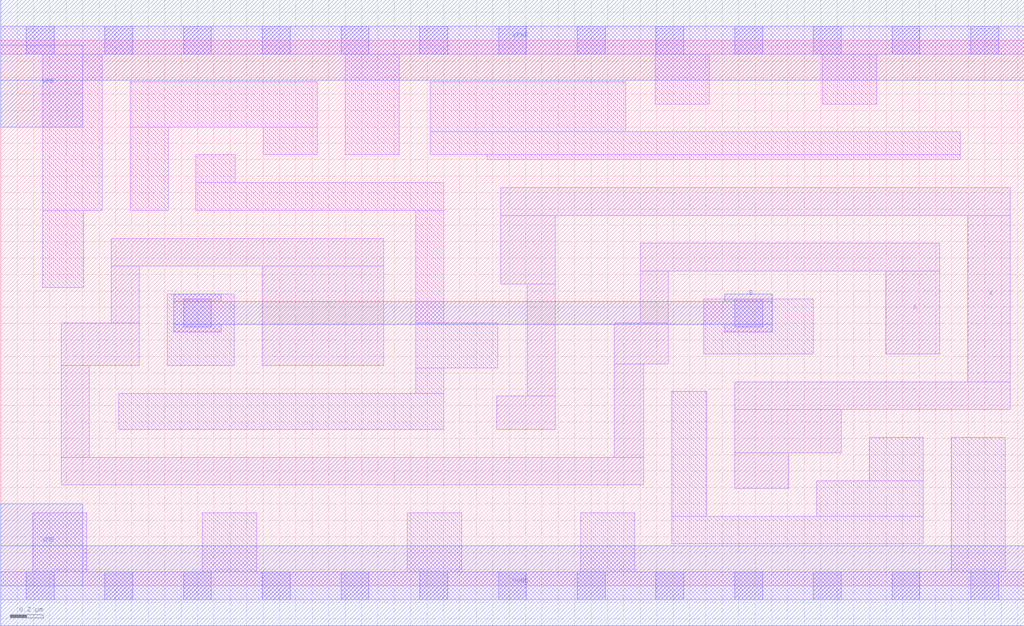
<source format=lef>
# Copyright 2020 The SkyWater PDK Authors
#
# Licensed under the Apache License, Version 2.0 (the "License");
# you may not use this file except in compliance with the License.
# You may obtain a copy of the License at
#
#     https://www.apache.org/licenses/LICENSE-2.0
#
# Unless required by applicable law or agreed to in writing, software
# distributed under the License is distributed on an "AS IS" BASIS,
# WITHOUT WARRANTIES OR CONDITIONS OF ANY KIND, either express or implied.
# See the License for the specific language governing permissions and
# limitations under the License.
#
# SPDX-License-Identifier: Apache-2.0

VERSION 5.5 ;
NAMESCASESENSITIVE ON ;
BUSBITCHARS "[]" ;
DIVIDERCHAR "/" ;
MACRO sky130_fd_sc_lp__xor2_2
  CLASS CORE ;
  SOURCE USER ;
  ORIGIN  0.000000  0.000000 ;
  SIZE  6.240000 BY  3.330000 ;
  SYMMETRY X Y R90 ;
  SITE unit ;
  PIN A
    ANTENNAGATEAREA  1.260000 ;
    DIRECTION INPUT ;
    USE SIGNAL ;
    PORT
      LAYER li1 ;
        RECT 0.370000 0.615000 3.920000 0.785000 ;
        RECT 0.370000 0.785000 0.540000 1.345000 ;
        RECT 0.370000 1.345000 0.845000 1.605000 ;
        RECT 0.675000 1.605000 0.845000 1.950000 ;
        RECT 0.675000 1.950000 2.335000 2.120000 ;
        RECT 1.595000 1.345000 2.335000 1.950000 ;
        RECT 3.740000 0.785000 3.920000 1.355000 ;
        RECT 3.740000 1.355000 4.070000 1.605000 ;
        RECT 3.900000 1.605000 4.070000 1.920000 ;
        RECT 3.900000 1.920000 5.725000 2.090000 ;
        RECT 5.395000 1.415000 5.725000 1.920000 ;
    END
  END A
  PIN B
    ANTENNAPARTIALMETALSIDEAREA  2.541000 ;
    DIRECTION INPUT ;
    USE SIGNAL ;
    PORT
      LAYER met1 ;
        RECT 1.055000 1.550000 1.345000 1.595000 ;
        RECT 1.055000 1.595000 4.705000 1.735000 ;
        RECT 1.055000 1.735000 1.345000 1.780000 ;
        RECT 4.415000 1.550000 4.705000 1.595000 ;
        RECT 4.415000 1.735000 4.705000 1.780000 ;
    END
  END B
  PIN X
    ANTENNADIFFAREA  0.844200 ;
    DIRECTION OUTPUT ;
    USE SIGNAL ;
    PORT
      LAYER li1 ;
        RECT 3.025000 0.955000 3.380000 1.160000 ;
        RECT 3.050000 1.840000 3.380000 2.260000 ;
        RECT 3.050000 2.260000 6.155000 2.430000 ;
        RECT 3.210000 1.160000 3.380000 1.840000 ;
        RECT 4.475000 0.595000 4.805000 0.810000 ;
        RECT 4.475000 0.810000 5.125000 1.075000 ;
        RECT 4.475000 1.075000 6.155000 1.245000 ;
        RECT 5.895000 1.245000 6.155000 2.260000 ;
    END
  END X
  PIN VGND
    DIRECTION INOUT ;
    USE GROUND ;
    PORT
      LAYER met1 ;
        RECT 0.000000 -0.245000 6.240000 0.245000 ;
    END
  END VGND
  PIN VNB
    DIRECTION INOUT ;
    USE GROUND ;
    PORT
    END
  END VNB
  PIN VPB
    DIRECTION INOUT ;
    USE POWER ;
    PORT
    END
  END VPB
  PIN VNB
    DIRECTION INOUT ;
    USE GROUND ;
    PORT
      LAYER met1 ;
        RECT 0.000000 0.000000 0.500000 0.500000 ;
    END
  END VNB
  PIN VPB
    DIRECTION INOUT ;
    USE POWER ;
    PORT
      LAYER met1 ;
        RECT 0.000000 2.800000 0.500000 3.300000 ;
    END
  END VPB
  PIN VPWR
    DIRECTION INOUT ;
    USE POWER ;
    PORT
      LAYER met1 ;
        RECT 0.000000 3.085000 6.240000 3.575000 ;
    END
  END VPWR
  OBS
    LAYER li1 ;
      RECT 0.000000 -0.085000 6.240000 0.085000 ;
      RECT 0.000000  3.245000 6.240000 3.415000 ;
      RECT 0.195000  0.085000 0.525000 0.445000 ;
      RECT 0.255000  1.820000 0.505000 2.290000 ;
      RECT 0.255000  2.290000 0.620000 3.245000 ;
      RECT 0.720000  0.955000 2.700000 1.175000 ;
      RECT 0.790000  2.290000 1.020000 2.800000 ;
      RECT 0.790000  2.800000 1.930000 3.075000 ;
      RECT 1.015000  1.345000 1.425000 1.780000 ;
      RECT 1.190000  2.290000 2.700000 2.460000 ;
      RECT 1.190000  2.460000 1.430000 2.630000 ;
      RECT 1.230000  0.085000 1.560000 0.445000 ;
      RECT 1.600000  2.630000 1.930000 2.800000 ;
      RECT 2.100000  2.630000 2.430000 3.245000 ;
      RECT 2.480000  0.085000 2.810000 0.445000 ;
      RECT 2.530000  1.175000 2.700000 1.330000 ;
      RECT 2.530000  1.330000 3.030000 1.605000 ;
      RECT 2.530000  1.605000 2.700000 2.290000 ;
      RECT 2.620000  2.630000 5.850000 2.770000 ;
      RECT 2.620000  2.770000 3.810000 3.075000 ;
      RECT 2.965000  2.600000 5.850000 2.630000 ;
      RECT 3.535000  0.085000 3.865000 0.445000 ;
      RECT 3.990000  2.940000 4.320000 3.245000 ;
      RECT 4.090000  0.255000 5.625000 0.425000 ;
      RECT 4.090000  0.425000 4.305000 1.185000 ;
      RECT 4.285000  1.415000 4.955000 1.750000 ;
      RECT 4.975000  0.425000 5.625000 0.640000 ;
      RECT 5.010000  2.940000 5.340000 3.245000 ;
      RECT 5.295000  0.640000 5.625000 0.905000 ;
      RECT 5.795000  0.085000 6.125000 0.905000 ;
    LAYER mcon ;
      RECT 0.155000 -0.085000 0.325000 0.085000 ;
      RECT 0.155000  3.245000 0.325000 3.415000 ;
      RECT 0.635000 -0.085000 0.805000 0.085000 ;
      RECT 0.635000  3.245000 0.805000 3.415000 ;
      RECT 1.115000 -0.085000 1.285000 0.085000 ;
      RECT 1.115000  1.580000 1.285000 1.750000 ;
      RECT 1.115000  3.245000 1.285000 3.415000 ;
      RECT 1.595000 -0.085000 1.765000 0.085000 ;
      RECT 1.595000  3.245000 1.765000 3.415000 ;
      RECT 2.075000 -0.085000 2.245000 0.085000 ;
      RECT 2.075000  3.245000 2.245000 3.415000 ;
      RECT 2.555000 -0.085000 2.725000 0.085000 ;
      RECT 2.555000  3.245000 2.725000 3.415000 ;
      RECT 3.035000 -0.085000 3.205000 0.085000 ;
      RECT 3.035000  3.245000 3.205000 3.415000 ;
      RECT 3.515000 -0.085000 3.685000 0.085000 ;
      RECT 3.515000  3.245000 3.685000 3.415000 ;
      RECT 3.995000 -0.085000 4.165000 0.085000 ;
      RECT 3.995000  3.245000 4.165000 3.415000 ;
      RECT 4.475000 -0.085000 4.645000 0.085000 ;
      RECT 4.475000  1.580000 4.645000 1.750000 ;
      RECT 4.475000  3.245000 4.645000 3.415000 ;
      RECT 4.955000 -0.085000 5.125000 0.085000 ;
      RECT 4.955000  3.245000 5.125000 3.415000 ;
      RECT 5.435000 -0.085000 5.605000 0.085000 ;
      RECT 5.435000  3.245000 5.605000 3.415000 ;
      RECT 5.915000 -0.085000 6.085000 0.085000 ;
      RECT 5.915000  3.245000 6.085000 3.415000 ;
  END
END sky130_fd_sc_lp__xor2_2
END LIBRARY

</source>
